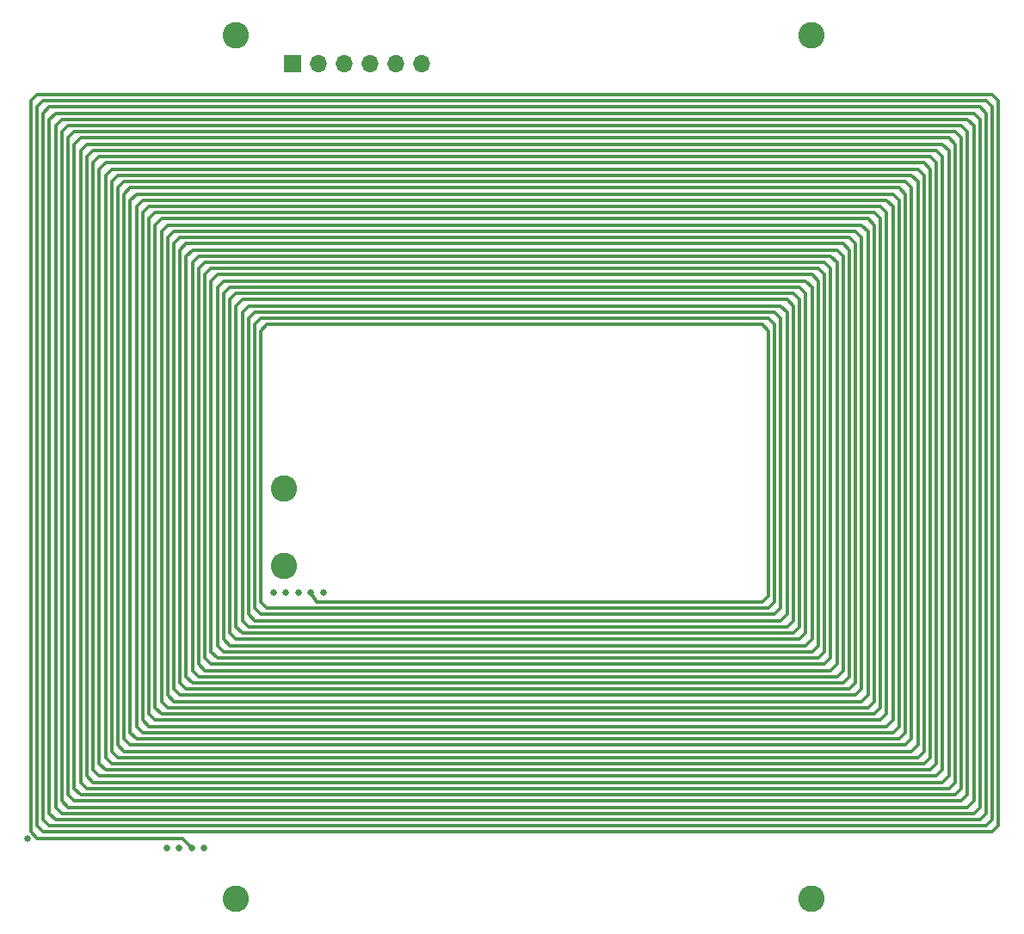
<source format=gbr>
%TF.GenerationSoftware,KiCad,Pcbnew,(6.0.5)*%
%TF.CreationDate,2022-08-19T16:14:06-07:00*%
%TF.ProjectId,Coil_Panels_Z,436f696c-5f50-4616-9e65-6c735f5a2e6b,rev?*%
%TF.SameCoordinates,Original*%
%TF.FileFunction,Copper,L4,Inr*%
%TF.FilePolarity,Positive*%
%FSLAX46Y46*%
G04 Gerber Fmt 4.6, Leading zero omitted, Abs format (unit mm)*
G04 Created by KiCad (PCBNEW (6.0.5)) date 2022-08-19 16:14:06*
%MOMM*%
%LPD*%
G01*
G04 APERTURE LIST*
%TA.AperFunction,ComponentPad*%
%ADD10C,2.600000*%
%TD*%
%TA.AperFunction,ComponentPad*%
%ADD11R,1.700000X1.700000*%
%TD*%
%TA.AperFunction,ComponentPad*%
%ADD12O,1.700000X1.700000*%
%TD*%
%TA.AperFunction,ViaPad*%
%ADD13C,0.650000*%
%TD*%
%TA.AperFunction,Conductor*%
%ADD14C,0.306000*%
%TD*%
G04 APERTURE END LIST*
D10*
%TO.N,unconnected-(H1-Pad1)*%
%TO.C,H1*%
X119708000Y-136558000D03*
%TD*%
%TO.N,Coil_IN*%
%TO.C,TP1*%
X124500000Y-96190000D03*
X124500000Y-103810000D03*
%TD*%
D11*
%TO.N,Net-(J1-Pad1)*%
%TO.C,J1*%
X125310000Y-54370000D03*
D12*
%TO.N,Net-(J1-Pad2)*%
X127850000Y-54370000D03*
%TO.N,Net-(J1-Pad3)*%
X130390000Y-54370000D03*
%TO.N,Net-(J1-Pad4)*%
X132930000Y-54370000D03*
%TO.N,Net-(J1-Pad5)*%
X135470000Y-54370000D03*
%TO.N,Net-(J1-Pad6)*%
X138010000Y-54370000D03*
%TD*%
D10*
%TO.N,unconnected-(H4-Pad1)*%
%TO.C,H4*%
X176382000Y-136558000D03*
%TD*%
%TO.N,unconnected-(H2-Pad1)*%
%TO.C,H2*%
X119708000Y-51558000D03*
%TD*%
%TO.N,unconnected-(H3-Pad1)*%
%TO.C,H3*%
X176382000Y-51558000D03*
%TD*%
D13*
%TO.N,Coil_IN*%
X124656000Y-106452799D03*
X125880000Y-106452799D03*
X112930000Y-131544800D03*
X128328000Y-106452799D03*
X115378000Y-131544800D03*
X116602000Y-131544800D03*
X99260000Y-130650000D03*
X114154000Y-131544800D03*
X123432000Y-106452799D03*
X127104000Y-106452799D03*
%TD*%
D14*
%TO.N,Coil_IN*%
X119148000Y-77598800D02*
X119760000Y-76986800D01*
X186832000Y-122670800D02*
X108132000Y-122670800D01*
X115476000Y-73926799D02*
X116088000Y-73314800D01*
X120372000Y-110430800D02*
X119760000Y-109818800D01*
X109356000Y-67806800D02*
X109356000Y-120222800D01*
X111192000Y-119610800D02*
X110580000Y-118998800D01*
X108744000Y-67194800D02*
X108744000Y-120834800D01*
X101400000Y-58626800D02*
X192951999Y-58626800D01*
X184384000Y-120222800D02*
X110580000Y-120222800D01*
X184384000Y-67194800D02*
X184996000Y-67806800D01*
X192340000Y-126954800D02*
X191728000Y-127566800D01*
X189280000Y-125118800D02*
X105684000Y-125118800D01*
X193564000Y-129402800D02*
X101400000Y-129402800D01*
X104460000Y-62910800D02*
X104460000Y-125118800D01*
X173368000Y-79434799D02*
X173368000Y-107982800D01*
X110580000Y-120222800D02*
X109968000Y-119610800D01*
X182548000Y-117162800D02*
X181936000Y-117774800D01*
X116088000Y-74538800D02*
X116088000Y-113490800D01*
X186832000Y-65970800D02*
X186832000Y-121446800D01*
X186219999Y-66582800D02*
X186219999Y-120834800D01*
X120984000Y-109818800D02*
X120372000Y-109206800D01*
X109356000Y-66582800D02*
X184996000Y-66582800D01*
X189280000Y-62298800D02*
X189892000Y-62910800D01*
X183160000Y-68418800D02*
X183772000Y-69030800D01*
X111804000Y-69030800D02*
X182548000Y-69030800D01*
X106296000Y-124506800D02*
X105684000Y-123894800D01*
X189892000Y-61686800D02*
X190504000Y-62298800D01*
X117924000Y-75150800D02*
X176428000Y-75150800D01*
X191116000Y-126954800D02*
X103848000Y-126954800D01*
X119760000Y-76986800D02*
X174592000Y-76986800D01*
X109968000Y-68418800D02*
X109968000Y-119610800D01*
X119148000Y-76374800D02*
X175204000Y-76374800D01*
X105072000Y-62298800D02*
X189280000Y-62298800D01*
X106908000Y-123894800D02*
X106296000Y-123282800D01*
X112415999Y-69642800D02*
X181936000Y-69642800D01*
X122820000Y-107982800D02*
X122208000Y-107370800D01*
X101400000Y-129402800D02*
X100788000Y-128790800D01*
X179487999Y-72090799D02*
X180099999Y-72702799D01*
X172756000Y-108594800D02*
X122208000Y-108594800D01*
X116700000Y-73926800D02*
X177652000Y-73926800D01*
X173980000Y-78822800D02*
X173980000Y-108594800D01*
X99564000Y-58014800D02*
X99564000Y-130014800D01*
X191728000Y-61074800D02*
X191728000Y-126342800D01*
X109968000Y-120834800D02*
X109356000Y-120222800D01*
X100788000Y-130014800D02*
X100176000Y-129402800D01*
X103848000Y-126954800D02*
X103236000Y-126342800D01*
X193563999Y-59238800D02*
X193563999Y-128178800D01*
X116088000Y-73314800D02*
X178264000Y-73314800D01*
X183772000Y-67806800D02*
X184384000Y-68418800D01*
X176428000Y-112266800D02*
X118536000Y-112266800D01*
X109356000Y-67806800D02*
X109968000Y-67194800D01*
X188056000Y-123894800D02*
X106908000Y-123894800D01*
X113640000Y-70866800D02*
X180712000Y-70866800D01*
X101400000Y-59850800D02*
X102011999Y-59238800D01*
X174592000Y-109206800D02*
X173980000Y-109818800D01*
X105684000Y-64134800D02*
X105684000Y-123894800D01*
X177652000Y-75150800D02*
X177652000Y-112266800D01*
X180100000Y-71478800D02*
X180712000Y-72090799D01*
X173368000Y-109206800D02*
X121596000Y-109206800D01*
X114864000Y-72090799D02*
X179487999Y-72090799D01*
X190504000Y-125118800D02*
X189892000Y-125730800D01*
X181324000Y-115938800D02*
X180712000Y-116550800D01*
X119760000Y-78210800D02*
X120372000Y-77598800D01*
X111192000Y-69642800D02*
X111804000Y-69030800D01*
X186832000Y-64746800D02*
X187444000Y-65358800D01*
X178876000Y-113490800D02*
X178264000Y-114102800D01*
X172755999Y-107370800D02*
X172144000Y-107982800D01*
X176427999Y-111042800D02*
X175816000Y-111654800D01*
X108132000Y-65358800D02*
X186220000Y-65358800D01*
X186219999Y-120834800D02*
X185608000Y-121446800D01*
X182548000Y-70254800D02*
X182548000Y-117162800D01*
X104460000Y-61686800D02*
X189892000Y-61686800D01*
X104460000Y-126342800D02*
X103848000Y-125730800D01*
X175816000Y-75762800D02*
X176427999Y-76374800D01*
X177652000Y-113490800D02*
X117312000Y-113490800D01*
X109356000Y-121446800D02*
X108744000Y-120834800D01*
X103236000Y-60462800D02*
X191116000Y-60462800D01*
X108744000Y-67194800D02*
X109356000Y-66582800D01*
X114864000Y-73314800D02*
X114864000Y-114714800D01*
X178264000Y-74538800D02*
X178264000Y-112878800D01*
X178264000Y-73314800D02*
X178876000Y-73926799D01*
X181936000Y-117774800D02*
X113028000Y-117774800D01*
X187444000Y-64134800D02*
X188056000Y-64746800D01*
X106908000Y-64134800D02*
X187444000Y-64134800D01*
X180099999Y-114714800D02*
X179487999Y-115326800D01*
X120372000Y-78822800D02*
X120372000Y-109206800D01*
X192340000Y-59238800D02*
X192952000Y-59850800D01*
X171532000Y-80046800D02*
X172144000Y-80658799D01*
X116700000Y-114102800D02*
X116088000Y-113490800D01*
X114252000Y-71478800D02*
X180100000Y-71478800D01*
X102624000Y-61074800D02*
X103236000Y-60462800D01*
X100176000Y-130626800D02*
X114460000Y-130626800D01*
X178876000Y-73926799D02*
X178876000Y-113490800D01*
X181324000Y-117162800D02*
X113640000Y-117162800D01*
X113028000Y-71478800D02*
X113028000Y-116550800D01*
X181324000Y-71478800D02*
X181324000Y-115938800D01*
X113640000Y-117162800D02*
X113028000Y-116550800D01*
X181936000Y-116550800D02*
X181324000Y-117162800D01*
X177652000Y-73926800D02*
X178264000Y-74538800D01*
X186220000Y-122058800D02*
X108744000Y-122058800D01*
X115475999Y-72702800D02*
X178876000Y-72702800D01*
X118536000Y-76986800D02*
X118536000Y-111042800D01*
X180100000Y-115938800D02*
X114864000Y-115938800D01*
X105684000Y-64134800D02*
X106296000Y-63522800D01*
X110580000Y-67806800D02*
X183772000Y-67806800D01*
X103236000Y-127566800D02*
X102624000Y-126954800D01*
X113640000Y-72090799D02*
X113640000Y-115938800D01*
X189892000Y-62910800D02*
X189892000Y-124506800D01*
X109968000Y-67194800D02*
X184384000Y-67194800D01*
X176427999Y-76374800D02*
X176427999Y-111042800D01*
X194176000Y-57402800D02*
X194788000Y-58014800D01*
X121596000Y-78822800D02*
X172756000Y-78822800D01*
X106908000Y-65358800D02*
X107520000Y-64746800D01*
X102011999Y-59238800D02*
X192340000Y-59238800D01*
X117312000Y-74538800D02*
X177040000Y-74538800D01*
X109968000Y-68418800D02*
X110580000Y-67806800D01*
X120984000Y-78210800D02*
X173368000Y-78210800D01*
X100788000Y-59238800D02*
X100788000Y-128790800D01*
X184996000Y-120834800D02*
X109968000Y-120834800D01*
X100176000Y-58626800D02*
X100788000Y-58014800D01*
X194788000Y-129402800D02*
X194176000Y-130014800D01*
X172144000Y-107982800D02*
X122820000Y-107982800D01*
X173980000Y-109818800D02*
X120984000Y-109818800D01*
X194176000Y-128790800D02*
X193564000Y-129402800D01*
X107520000Y-65970800D02*
X107520000Y-122058800D01*
X102624000Y-128178800D02*
X102012000Y-127566800D01*
X101400000Y-59850800D02*
X101400000Y-128178800D01*
X184384000Y-68418800D02*
X184384000Y-118998800D01*
X103848000Y-62298800D02*
X103848000Y-125730800D01*
X185608000Y-120222800D02*
X184996000Y-120834800D01*
X192952000Y-127566800D02*
X192340000Y-128178800D01*
X102624000Y-59850800D02*
X191728000Y-59850800D01*
X100176000Y-57402800D02*
X194176000Y-57402800D01*
X191116000Y-60462800D02*
X191728000Y-61074800D01*
X119148000Y-111654800D02*
X118536000Y-111042800D01*
X113028000Y-70254800D02*
X181324000Y-70254800D01*
X175816000Y-111654800D02*
X119148000Y-111654800D01*
X122208000Y-80658799D02*
X122820000Y-80046800D01*
X194176000Y-58626800D02*
X194176000Y-128790800D01*
X172144000Y-79434800D02*
X172755999Y-80046800D01*
X108132000Y-66582800D02*
X108132000Y-121446800D01*
X111192000Y-69642800D02*
X111192000Y-118386800D01*
X174592000Y-76986800D02*
X175204000Y-77598800D01*
X175204000Y-109818800D02*
X174592000Y-110430800D01*
X114864000Y-115938800D02*
X114252000Y-115326800D01*
X188668000Y-124506800D02*
X106296000Y-124506800D01*
X188668000Y-123282800D02*
X188056000Y-123894800D01*
X188668000Y-64134800D02*
X188668000Y-123282800D01*
X179487999Y-115326800D02*
X115476000Y-115326800D01*
X172756000Y-78822800D02*
X173368000Y-79434799D01*
X180712000Y-116550800D02*
X114252000Y-116550800D01*
X192952000Y-59850800D02*
X192952000Y-127566800D01*
X114252000Y-72702799D02*
X114864000Y-72090799D01*
X108743999Y-65970800D02*
X185608000Y-65970800D01*
X113028000Y-71478800D02*
X113640000Y-70866800D01*
X180099999Y-72702799D02*
X180099999Y-114714800D01*
X183159999Y-69642800D02*
X183159999Y-117774800D01*
X177040000Y-111654800D02*
X176428000Y-112266800D01*
X112416000Y-70866800D02*
X112416000Y-117162800D01*
X178876000Y-72702800D02*
X179487999Y-73314800D01*
X191116000Y-61686800D02*
X191116000Y-125730800D01*
X120984000Y-79434799D02*
X121596000Y-78822800D01*
X177040000Y-74538800D02*
X177652000Y-75150800D01*
X183772000Y-118386800D02*
X183160000Y-118998800D01*
X186832000Y-121446800D02*
X186220000Y-122058800D01*
X191728000Y-127566800D02*
X103236000Y-127566800D01*
X179487999Y-73314800D02*
X179487999Y-114102800D01*
X120372000Y-77598800D02*
X173980000Y-77598800D01*
X117924000Y-76374800D02*
X117924000Y-111654800D01*
X175204000Y-77598800D02*
X175204000Y-109818800D01*
X173980000Y-77598800D02*
X174592000Y-78210800D01*
X116088000Y-74538800D02*
X116700000Y-73926800D01*
X192340000Y-60462800D02*
X192340000Y-126954800D01*
X116700000Y-75150800D02*
X117312000Y-74538800D01*
X182548000Y-69030800D02*
X183159999Y-69642800D01*
X117312000Y-75762799D02*
X117312000Y-112266800D01*
X194788000Y-58014800D02*
X194788000Y-129402800D01*
X111804000Y-118998800D02*
X111192000Y-118386800D01*
X184996000Y-67806800D02*
X184996000Y-119610800D01*
X120984000Y-79434799D02*
X120984000Y-108594800D01*
X102012000Y-128790800D02*
X101400000Y-128178800D01*
X100788000Y-58014800D02*
X193564000Y-58014800D01*
X171532000Y-107370800D02*
X127716000Y-107370800D01*
X178264000Y-114102800D02*
X116700000Y-114102800D01*
X188056000Y-64746800D02*
X188056000Y-122670800D01*
X121596000Y-109206800D02*
X120984000Y-108594800D01*
X114252000Y-116550800D02*
X113640000Y-115938800D01*
X185608000Y-65970800D02*
X186219999Y-66582800D01*
X107520000Y-64746800D02*
X186832000Y-64746800D01*
X190504000Y-62298800D02*
X190504000Y-125118800D01*
X106296000Y-64746800D02*
X106908000Y-64134800D01*
X178264000Y-112878800D02*
X177652000Y-113490800D01*
X194176000Y-130014800D02*
X100788000Y-130014800D01*
X114252000Y-72702799D02*
X114252000Y-115326800D01*
X183160000Y-118998800D02*
X111804000Y-118998800D01*
X117312000Y-75762799D02*
X117924000Y-75150800D01*
X111192000Y-68418800D02*
X183160000Y-68418800D01*
X114864000Y-73314800D02*
X115475999Y-72702800D01*
X180712000Y-70866800D02*
X181324000Y-71478800D01*
X104460000Y-62910800D02*
X105072000Y-62298800D01*
X193564000Y-58014800D02*
X194176000Y-58626800D01*
X116700000Y-75150800D02*
X116700000Y-112878800D01*
X183772000Y-119610800D02*
X111192000Y-119610800D01*
X179487999Y-114102800D02*
X178876000Y-114714800D01*
X99564000Y-130014800D02*
X100176000Y-130626800D01*
X107520000Y-123282800D02*
X106908000Y-122670800D01*
X174592000Y-110430800D02*
X120372000Y-110430800D01*
X111804000Y-70254800D02*
X112415999Y-69642800D01*
X189279999Y-123894800D02*
X188668000Y-124506800D01*
X187444000Y-122058800D02*
X186832000Y-122670800D01*
X177652000Y-112266800D02*
X177040000Y-112878800D01*
X102012000Y-60462800D02*
X102624000Y-59850800D01*
X183159999Y-117774800D02*
X182548000Y-118386800D01*
X102012000Y-60462800D02*
X102012000Y-127566800D01*
X118536000Y-76986800D02*
X119148000Y-76374800D01*
X100788000Y-59238800D02*
X101400000Y-58626800D01*
X117312000Y-113490800D02*
X116700000Y-112878800D01*
X122208000Y-80658799D02*
X122208000Y-107370800D01*
X108132000Y-122670800D02*
X107520000Y-122058800D01*
X173980000Y-108594800D02*
X173368000Y-109206800D01*
X107520000Y-65970800D02*
X108132000Y-65358800D01*
X115476000Y-73926799D02*
X115476000Y-114102800D01*
X188668000Y-62910800D02*
X189279999Y-63522800D01*
X190504000Y-126342800D02*
X104460000Y-126342800D01*
X193563999Y-128178800D02*
X192951999Y-128790800D01*
X113640000Y-72090799D02*
X114252000Y-71478800D01*
X173368000Y-78210800D02*
X173980000Y-78822800D01*
X120372000Y-78822800D02*
X120984000Y-78210800D01*
X115476000Y-115326800D02*
X114864000Y-114714800D01*
X122208000Y-108594800D02*
X121596000Y-107982800D01*
X110580000Y-69030800D02*
X111192000Y-68418800D01*
X181936000Y-70866800D02*
X181936000Y-116550800D01*
X108132000Y-66582800D02*
X108743999Y-65970800D01*
X177040000Y-75762799D02*
X177040000Y-111654800D01*
X189892000Y-124506800D02*
X189280000Y-125118800D01*
X191116000Y-125730800D02*
X190504000Y-126342800D01*
X174592000Y-78210800D02*
X174592000Y-109206800D01*
X105072000Y-63522800D02*
X105683999Y-62910800D01*
X192951999Y-128790800D02*
X102012000Y-128790800D01*
X127716000Y-107370800D02*
X127104000Y-106452799D01*
X106908000Y-65358800D02*
X106908000Y-122670800D01*
X185608000Y-67194800D02*
X185608000Y-120222800D01*
X191728000Y-59850800D02*
X192340000Y-60462800D01*
X182548000Y-118386800D02*
X112416000Y-118386800D01*
X111804000Y-70254800D02*
X111804000Y-117774800D01*
X105683999Y-62910800D02*
X188668000Y-62910800D01*
X105684000Y-125118800D02*
X105072000Y-124506800D01*
X122207999Y-79434800D02*
X172144000Y-79434800D01*
X181936000Y-69642800D02*
X182548000Y-70254800D01*
X121596000Y-80046800D02*
X122207999Y-79434800D01*
X176428000Y-75150800D02*
X177040000Y-75762799D01*
X191728000Y-126342800D02*
X191116000Y-126954800D01*
X113028000Y-117774800D02*
X112416000Y-117162800D01*
X192951999Y-58626800D02*
X193563999Y-59238800D01*
X188056000Y-63522800D02*
X188668000Y-64134800D01*
X122820000Y-80046800D02*
X171532000Y-80046800D01*
X99564000Y-58014800D02*
X100176000Y-57402800D01*
X117924000Y-112878800D02*
X117312000Y-112266800D01*
X173368000Y-107982800D02*
X172756000Y-108594800D01*
X121596000Y-80046800D02*
X121596000Y-107982800D01*
X175204000Y-111042800D02*
X119760000Y-111042800D01*
X119148000Y-77598800D02*
X119148000Y-110430800D01*
X187444000Y-123282800D02*
X107520000Y-123282800D01*
X186220000Y-65358800D02*
X186832000Y-65970800D01*
X118536000Y-75762800D02*
X175816000Y-75762800D01*
X175816000Y-110430800D02*
X175204000Y-111042800D01*
X183772000Y-69030800D02*
X183772000Y-118386800D01*
X184384000Y-118998800D02*
X183772000Y-119610800D01*
X180712000Y-72090799D02*
X180712000Y-115326800D01*
X112416000Y-118386800D02*
X111804000Y-117774800D01*
X106296000Y-64746800D02*
X106296000Y-123282800D01*
X180712000Y-115326800D02*
X180100000Y-115938800D01*
X112416000Y-70866800D02*
X113028000Y-70254800D01*
X105072000Y-63522800D02*
X105072000Y-124506800D01*
X190504000Y-61074800D02*
X191116000Y-61686800D01*
X187444000Y-65358800D02*
X187444000Y-122058800D01*
X175204000Y-76374800D02*
X175816000Y-76986800D01*
X103236000Y-61686800D02*
X103848000Y-61074800D01*
X184996000Y-119610800D02*
X184384000Y-120222800D01*
X181324000Y-70254800D02*
X181936000Y-70866800D01*
X103236000Y-61686800D02*
X103236000Y-126342800D01*
X188056000Y-122670800D02*
X187444000Y-123282800D01*
X114460000Y-130626800D02*
X115378000Y-131544800D01*
X189279999Y-63522800D02*
X189279999Y-123894800D01*
X102624000Y-61074800D02*
X102624000Y-126954800D01*
X108744000Y-122058800D02*
X108132000Y-121446800D01*
X184996000Y-66582800D02*
X185608000Y-67194800D01*
X192340000Y-128178800D02*
X102624000Y-128178800D01*
X118536000Y-112266800D02*
X117924000Y-111654800D01*
X175816000Y-76986800D02*
X175816000Y-110430800D01*
X106296000Y-63522800D02*
X188056000Y-63522800D01*
X119760000Y-78210800D02*
X119760000Y-109818800D01*
X116088000Y-114714800D02*
X115476000Y-114102800D01*
X119760000Y-111042800D02*
X119148000Y-110430800D01*
X189892000Y-125730800D02*
X105072000Y-125730800D01*
X177040000Y-112878800D02*
X117924000Y-112878800D01*
X172144000Y-80658799D02*
X172144000Y-106758800D01*
X178876000Y-114714800D02*
X116088000Y-114714800D01*
X172144000Y-106758800D02*
X171532000Y-107370800D01*
X103848000Y-61074800D02*
X190504000Y-61074800D01*
X100176000Y-58626800D02*
X100176000Y-129402800D01*
X103848000Y-62298800D02*
X104460000Y-61686800D01*
X110580000Y-69030800D02*
X110580000Y-118998800D01*
X117924000Y-76374800D02*
X118536000Y-75762800D01*
X105072000Y-125730800D02*
X104460000Y-125118800D01*
X185608000Y-121446800D02*
X109356000Y-121446800D01*
X172755999Y-80046800D02*
X172755999Y-107370800D01*
%TD*%
M02*

</source>
